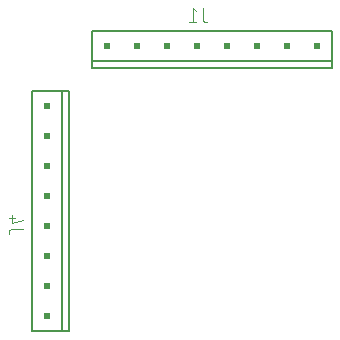
<source format=gbr>
G04 EAGLE Gerber RS-274X export*
G75*
%MOMM*%
%FSLAX34Y34*%
%LPD*%
%INSilkscreen Bottom*%
%IPPOS*%
%AMOC8*
5,1,8,0,0,1.08239X$1,22.5*%
G01*
%ADD10C,0.152400*%
%ADD11R,0.508000X0.508000*%
%ADD12C,0.101600*%


D10*
X190500Y431800D02*
X190500Y406400D01*
X393700Y406400D01*
X393700Y431800D01*
X190500Y431800D01*
X190500Y406400D02*
X190500Y400050D01*
X393700Y400050D01*
X393700Y406400D01*
D11*
X279400Y419100D03*
X254000Y419100D03*
X228600Y419100D03*
X304800Y419100D03*
X330200Y419100D03*
X355600Y419100D03*
X381000Y419100D03*
X203200Y419100D03*
D12*
X284561Y442016D02*
X284561Y451104D01*
X284561Y442016D02*
X284563Y441917D01*
X284569Y441817D01*
X284578Y441718D01*
X284591Y441620D01*
X284608Y441522D01*
X284629Y441424D01*
X284654Y441328D01*
X284682Y441233D01*
X284714Y441139D01*
X284749Y441046D01*
X284788Y440954D01*
X284831Y440864D01*
X284876Y440776D01*
X284926Y440689D01*
X284978Y440605D01*
X285034Y440522D01*
X285092Y440442D01*
X285154Y440364D01*
X285219Y440289D01*
X285287Y440216D01*
X285357Y440146D01*
X285430Y440078D01*
X285505Y440013D01*
X285583Y439951D01*
X285663Y439893D01*
X285746Y439837D01*
X285830Y439785D01*
X285917Y439735D01*
X286005Y439690D01*
X286095Y439647D01*
X286187Y439608D01*
X286280Y439573D01*
X286374Y439541D01*
X286469Y439513D01*
X286565Y439488D01*
X286663Y439467D01*
X286761Y439450D01*
X286859Y439437D01*
X286958Y439428D01*
X287058Y439422D01*
X287157Y439420D01*
X288455Y439420D01*
X279287Y448508D02*
X276042Y451104D01*
X276042Y439420D01*
X279287Y439420D02*
X272796Y439420D01*
D10*
X165100Y177800D02*
X139700Y177800D01*
X165100Y177800D02*
X165100Y381000D01*
X139700Y381000D01*
X139700Y177800D01*
X165100Y177800D02*
X171450Y177800D01*
X171450Y381000D01*
X165100Y381000D01*
D11*
X152400Y266700D03*
X152400Y241300D03*
X152400Y215900D03*
X152400Y292100D03*
X152400Y317500D03*
X152400Y342900D03*
X152400Y368300D03*
X152400Y190500D03*
D12*
X132080Y263991D02*
X122992Y263991D01*
X122992Y263990D02*
X122893Y263988D01*
X122793Y263982D01*
X122694Y263973D01*
X122596Y263960D01*
X122498Y263943D01*
X122400Y263922D01*
X122304Y263897D01*
X122209Y263869D01*
X122115Y263837D01*
X122022Y263802D01*
X121930Y263763D01*
X121840Y263720D01*
X121752Y263675D01*
X121665Y263625D01*
X121581Y263573D01*
X121498Y263517D01*
X121418Y263459D01*
X121340Y263397D01*
X121265Y263332D01*
X121192Y263264D01*
X121122Y263194D01*
X121054Y263121D01*
X120989Y263046D01*
X120927Y262968D01*
X120869Y262888D01*
X120813Y262805D01*
X120761Y262721D01*
X120711Y262634D01*
X120666Y262546D01*
X120623Y262456D01*
X120584Y262364D01*
X120549Y262271D01*
X120517Y262177D01*
X120489Y262082D01*
X120464Y261986D01*
X120443Y261888D01*
X120426Y261790D01*
X120413Y261692D01*
X120404Y261593D01*
X120398Y261493D01*
X120396Y261394D01*
X120396Y260096D01*
X122992Y269264D02*
X132080Y271861D01*
X122992Y269264D02*
X122992Y275755D01*
X125589Y273808D02*
X120396Y273808D01*
M02*

</source>
